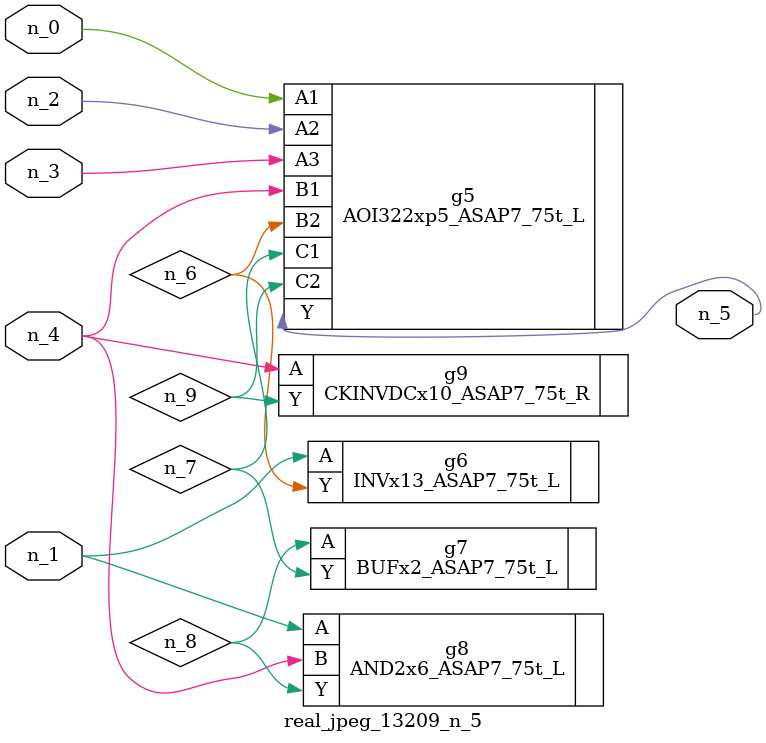
<source format=v>
module real_jpeg_13209_n_5 (n_4, n_0, n_1, n_2, n_3, n_5);

input n_4;
input n_0;
input n_1;
input n_2;
input n_3;

output n_5;

wire n_8;
wire n_6;
wire n_7;
wire n_9;

AOI322xp5_ASAP7_75t_L g5 ( 
.A1(n_0),
.A2(n_2),
.A3(n_3),
.B1(n_4),
.B2(n_6),
.C1(n_7),
.C2(n_9),
.Y(n_5)
);

INVx13_ASAP7_75t_L g6 ( 
.A(n_1),
.Y(n_6)
);

AND2x6_ASAP7_75t_L g8 ( 
.A(n_1),
.B(n_4),
.Y(n_8)
);

CKINVDCx10_ASAP7_75t_R g9 ( 
.A(n_4),
.Y(n_9)
);

BUFx2_ASAP7_75t_L g7 ( 
.A(n_8),
.Y(n_7)
);


endmodule
</source>
